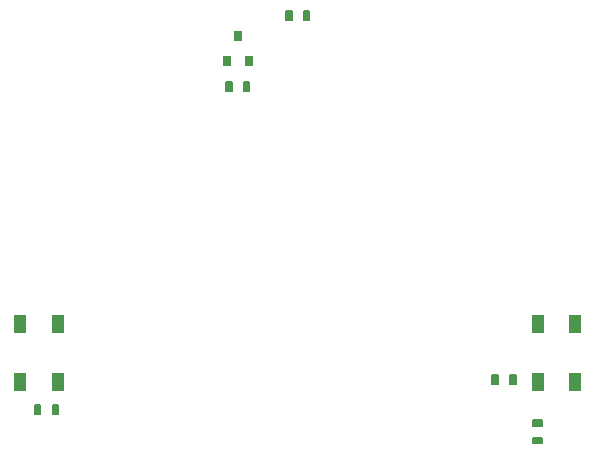
<source format=gtp>
G75*
%MOIN*%
%OFA0B0*%
%FSLAX25Y25*%
%IPPOS*%
%LPD*%
%AMOC8*
5,1,8,0,0,1.08239X$1,22.5*
%
%ADD10C,0.00591*%
%ADD11R,0.03150X0.03543*%
%ADD12R,0.03937X0.05906*%
D10*
X0025857Y0026726D02*
X0027629Y0026726D01*
X0027629Y0023774D01*
X0025857Y0023774D01*
X0025857Y0026726D01*
X0025857Y0024364D02*
X0027629Y0024364D01*
X0027629Y0024954D02*
X0025857Y0024954D01*
X0025857Y0025544D02*
X0027629Y0025544D01*
X0027629Y0026134D02*
X0025857Y0026134D01*
X0025857Y0026724D02*
X0027629Y0026724D01*
X0031762Y0026726D02*
X0033534Y0026726D01*
X0033534Y0023774D01*
X0031762Y0023774D01*
X0031762Y0026726D01*
X0031762Y0024364D02*
X0033534Y0024364D01*
X0033534Y0024954D02*
X0031762Y0024954D01*
X0031762Y0025544D02*
X0033534Y0025544D01*
X0033534Y0026134D02*
X0031762Y0026134D01*
X0031762Y0026724D02*
X0033534Y0026724D01*
X0089607Y0131274D02*
X0091379Y0131274D01*
X0089607Y0131274D02*
X0089607Y0134226D01*
X0091379Y0134226D01*
X0091379Y0131274D01*
X0091379Y0131864D02*
X0089607Y0131864D01*
X0089607Y0132454D02*
X0091379Y0132454D01*
X0091379Y0133044D02*
X0089607Y0133044D01*
X0089607Y0133634D02*
X0091379Y0133634D01*
X0091379Y0134224D02*
X0089607Y0134224D01*
X0095512Y0131274D02*
X0097284Y0131274D01*
X0095512Y0131274D02*
X0095512Y0134226D01*
X0097284Y0134226D01*
X0097284Y0131274D01*
X0097284Y0131864D02*
X0095512Y0131864D01*
X0095512Y0132454D02*
X0097284Y0132454D01*
X0097284Y0133044D02*
X0095512Y0133044D01*
X0095512Y0133634D02*
X0097284Y0133634D01*
X0097284Y0134224D02*
X0095512Y0134224D01*
X0109607Y0155024D02*
X0111379Y0155024D01*
X0109607Y0155024D02*
X0109607Y0157976D01*
X0111379Y0157976D01*
X0111379Y0155024D01*
X0111379Y0155614D02*
X0109607Y0155614D01*
X0109607Y0156204D02*
X0111379Y0156204D01*
X0111379Y0156794D02*
X0109607Y0156794D01*
X0109607Y0157384D02*
X0111379Y0157384D01*
X0111379Y0157974D02*
X0109607Y0157974D01*
X0115512Y0155024D02*
X0117284Y0155024D01*
X0115512Y0155024D02*
X0115512Y0157976D01*
X0117284Y0157976D01*
X0117284Y0155024D01*
X0117284Y0155614D02*
X0115512Y0155614D01*
X0115512Y0156204D02*
X0117284Y0156204D01*
X0117284Y0156794D02*
X0115512Y0156794D01*
X0115512Y0157384D02*
X0117284Y0157384D01*
X0117284Y0157974D02*
X0115512Y0157974D01*
X0178357Y0033774D02*
X0180129Y0033774D01*
X0178357Y0033774D02*
X0178357Y0036726D01*
X0180129Y0036726D01*
X0180129Y0033774D01*
X0180129Y0034364D02*
X0178357Y0034364D01*
X0178357Y0034954D02*
X0180129Y0034954D01*
X0180129Y0035544D02*
X0178357Y0035544D01*
X0178357Y0036134D02*
X0180129Y0036134D01*
X0180129Y0036724D02*
X0178357Y0036724D01*
X0184262Y0033774D02*
X0186034Y0033774D01*
X0184262Y0033774D02*
X0184262Y0036726D01*
X0186034Y0036726D01*
X0186034Y0033774D01*
X0186034Y0034364D02*
X0184262Y0034364D01*
X0184262Y0034954D02*
X0186034Y0034954D01*
X0186034Y0035544D02*
X0184262Y0035544D01*
X0184262Y0036134D02*
X0186034Y0036134D01*
X0186034Y0036724D02*
X0184262Y0036724D01*
X0194922Y0021589D02*
X0194922Y0019817D01*
X0191970Y0019817D01*
X0191970Y0021589D01*
X0194922Y0021589D01*
X0194922Y0020407D02*
X0191970Y0020407D01*
X0191970Y0020997D02*
X0194922Y0020997D01*
X0194922Y0021587D02*
X0191970Y0021587D01*
X0194922Y0015683D02*
X0194922Y0013911D01*
X0191970Y0013911D01*
X0191970Y0015683D01*
X0194922Y0015683D01*
X0194922Y0014501D02*
X0191970Y0014501D01*
X0191970Y0015091D02*
X0194922Y0015091D01*
X0194922Y0015681D02*
X0191970Y0015681D01*
D11*
X0097186Y0141313D03*
X0089706Y0141313D03*
X0093446Y0149581D03*
D12*
X0033495Y0053646D03*
X0020896Y0053646D03*
X0020896Y0034354D03*
X0033495Y0034354D03*
X0193396Y0034354D03*
X0205995Y0034354D03*
X0205995Y0053646D03*
X0193396Y0053646D03*
M02*

</source>
